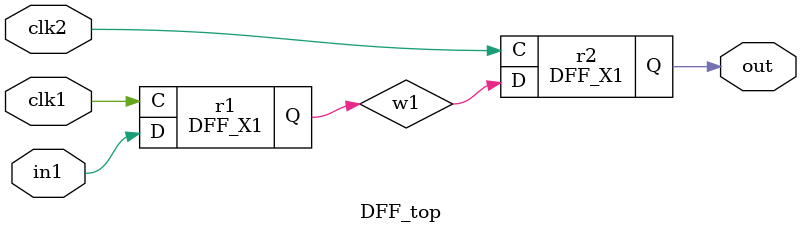
<source format=v>
module DFF_X1(C, D, Q);
input C, D;
output reg Q;

always @(posedge C)
	Q <= D;
endmodule
 
 module DFF_top (in1, clk1, clk2, out); 
  input in1, clk1, clk2;
  output out;
  wire w1;

  DFF_X1 r1 (.D(in1), .C(clk1), .Q(w1));
  DFF_X1 r2 (.D(w1), .C(clk2), .Q(out));

endmodule

</source>
